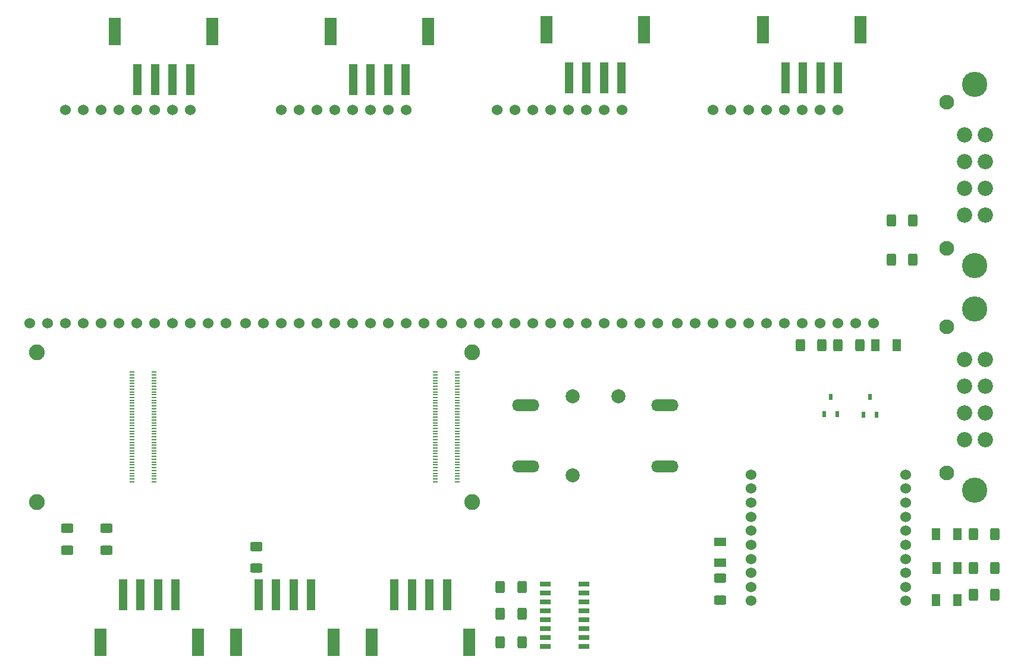
<source format=gbr>
%TF.GenerationSoftware,KiCad,Pcbnew,7.0.8*%
%TF.CreationDate,2023-12-07T17:58:44-07:00*%
%TF.ProjectId,GR-LRR-CONTROL-PCB,47522d4c-5252-42d4-934f-4e54524f4c2d,rev?*%
%TF.SameCoordinates,Original*%
%TF.FileFunction,Soldermask,Top*%
%TF.FilePolarity,Negative*%
%FSLAX46Y46*%
G04 Gerber Fmt 4.6, Leading zero omitted, Abs format (unit mm)*
G04 Created by KiCad (PCBNEW 7.0.8) date 2023-12-07 17:58:44*
%MOMM*%
%LPD*%
G01*
G04 APERTURE LIST*
G04 Aperture macros list*
%AMRoundRect*
0 Rectangle with rounded corners*
0 $1 Rounding radius*
0 $2 $3 $4 $5 $6 $7 $8 $9 X,Y pos of 4 corners*
0 Add a 4 corners polygon primitive as box body*
4,1,4,$2,$3,$4,$5,$6,$7,$8,$9,$2,$3,0*
0 Add four circle primitives for the rounded corners*
1,1,$1+$1,$2,$3*
1,1,$1+$1,$4,$5*
1,1,$1+$1,$6,$7*
1,1,$1+$1,$8,$9*
0 Add four rect primitives between the rounded corners*
20,1,$1+$1,$2,$3,$4,$5,0*
20,1,$1+$1,$4,$5,$6,$7,0*
20,1,$1+$1,$6,$7,$8,$9,0*
20,1,$1+$1,$8,$9,$2,$3,0*%
G04 Aperture macros list end*
%ADD10R,0.600000X0.850000*%
%ADD11C,2.250000*%
%ADD12R,0.700000X0.200000*%
%ADD13RoundRect,0.250000X0.400000X0.625000X-0.400000X0.625000X-0.400000X-0.625000X0.400000X-0.625000X0*%
%ADD14R,1.150000X1.800000*%
%ADD15R,1.800000X1.150000*%
%ADD16RoundRect,0.250000X-0.400000X-0.625000X0.400000X-0.625000X0.400000X0.625000X-0.400000X0.625000X0*%
%ADD17C,1.524000*%
%ADD18RoundRect,0.250000X-0.625000X0.400000X-0.625000X-0.400000X0.625000X-0.400000X0.625000X0.400000X0*%
%ADD19R,1.803400X3.911600*%
%ADD20R,1.295400X4.495800*%
%ADD21RoundRect,0.250000X0.625000X-0.400000X0.625000X0.400000X-0.625000X0.400000X-0.625000X-0.400000X0*%
%ADD22C,2.000000*%
%ADD23O,3.900000X1.700000*%
%ADD24R,1.550000X0.650000*%
%ADD25C,3.600000*%
%ADD26C,2.175000*%
%ADD27C,2.100000*%
G04 APERTURE END LIST*
D10*
%TO.C,Q2*%
X163942500Y-95576380D03*
X165842500Y-95576380D03*
X164892500Y-93076380D03*
%TD*%
%TO.C,Q1*%
X158354500Y-95556380D03*
X160254500Y-95556380D03*
X159304500Y-93056380D03*
%TD*%
D11*
%TO.C,U1*%
X46272500Y-108024380D03*
X108252500Y-108024380D03*
X46272500Y-86684380D03*
X108252500Y-86684380D03*
D12*
X59842500Y-105154380D03*
X62922500Y-105154380D03*
X59842500Y-104754380D03*
X62922500Y-104754380D03*
X59842500Y-104354380D03*
X62922500Y-104354380D03*
X59842500Y-103954380D03*
X62922500Y-103954380D03*
X59842500Y-103554380D03*
X62922500Y-103554380D03*
X59842500Y-103154380D03*
X62922500Y-103154380D03*
X59842500Y-102754380D03*
X62922500Y-102754380D03*
X59842500Y-102354380D03*
X62922500Y-102354380D03*
X59842500Y-101954380D03*
X62922500Y-101954380D03*
X59842500Y-101554380D03*
X62922500Y-101554380D03*
X59842500Y-101154380D03*
X62922500Y-101154380D03*
X59842500Y-100754380D03*
X62922500Y-100754380D03*
X59842500Y-100354380D03*
X62922500Y-100354380D03*
X59842500Y-99954380D03*
X62922500Y-99954380D03*
X59842500Y-99554380D03*
X62922500Y-99554380D03*
X59842500Y-99154380D03*
X62922500Y-99154380D03*
X59842500Y-98754380D03*
X62922500Y-98754380D03*
X59842500Y-98354380D03*
X62922500Y-98354380D03*
X59842500Y-97954380D03*
X62922500Y-97954380D03*
X59842500Y-97554380D03*
X62922500Y-97554380D03*
X59842500Y-97154380D03*
X62922500Y-97154380D03*
X59842500Y-96754380D03*
X62922500Y-96754380D03*
X59842500Y-96354380D03*
X62922500Y-96354380D03*
X59842500Y-95954380D03*
X62922500Y-95954380D03*
X59842500Y-95554380D03*
X62922500Y-95554380D03*
X59842500Y-95154380D03*
X62922500Y-95154380D03*
X59842500Y-94754380D03*
X62922500Y-94754380D03*
X59842500Y-94354380D03*
X62922500Y-94354380D03*
X59842500Y-93954380D03*
X62922500Y-93954380D03*
X59842500Y-93554380D03*
X62922500Y-93554380D03*
X59842500Y-93154380D03*
X62922500Y-93154380D03*
X59842500Y-92754380D03*
X62922500Y-92754380D03*
X59842500Y-92354380D03*
X62922500Y-92354380D03*
X59842500Y-91954380D03*
X62922500Y-91954380D03*
X59842500Y-91554380D03*
X62922500Y-91554380D03*
X59842500Y-91154380D03*
X62922500Y-91154380D03*
X59842500Y-90754380D03*
X62922500Y-90754380D03*
X59842500Y-90354380D03*
X62922500Y-90354380D03*
X59842500Y-89954380D03*
X62922500Y-89954380D03*
X59842500Y-89554380D03*
X62922500Y-89554380D03*
X106102500Y-89554380D03*
X103022500Y-89554380D03*
X106102500Y-89954380D03*
X103022500Y-89954380D03*
X106102500Y-90354380D03*
X103022500Y-90354380D03*
X106102500Y-90754380D03*
X103022500Y-90754380D03*
X106102500Y-91154380D03*
X103022500Y-91154380D03*
X106102500Y-91554380D03*
X103022500Y-91554380D03*
X106102500Y-91954380D03*
X103022500Y-91954380D03*
X106102500Y-92354380D03*
X103022500Y-92354380D03*
X106102500Y-92754380D03*
X103022500Y-92754380D03*
X106102500Y-93154380D03*
X103022500Y-93154380D03*
X106102500Y-93554380D03*
X103022500Y-93554380D03*
X106102500Y-93954380D03*
X103022500Y-93954380D03*
X106102500Y-94354380D03*
X103022500Y-94354380D03*
X106102500Y-94754380D03*
X103022500Y-94754380D03*
X106102500Y-95154380D03*
X103022500Y-95154380D03*
X106102500Y-95554380D03*
X103022500Y-95554380D03*
X106102500Y-95954380D03*
X103022500Y-95954380D03*
X106102500Y-96354380D03*
X103022500Y-96354380D03*
X106102500Y-96754380D03*
X103022500Y-96754380D03*
X106102500Y-97154380D03*
X103022500Y-97154380D03*
X106102500Y-97554380D03*
X103022500Y-97554380D03*
X106102500Y-97954380D03*
X103022500Y-97954380D03*
X106102500Y-98354380D03*
X103022500Y-98354380D03*
X106102500Y-98754380D03*
X103022500Y-98754380D03*
X106102500Y-99154380D03*
X103022500Y-99154380D03*
X106102500Y-99554380D03*
X103022500Y-99554380D03*
X106102500Y-99954380D03*
X103022500Y-99954380D03*
X106102500Y-100354380D03*
X103022500Y-100354380D03*
X106102500Y-100754380D03*
X103022500Y-100754380D03*
X106102500Y-101154380D03*
X103022500Y-101154380D03*
X106102500Y-101554380D03*
X103022500Y-101554380D03*
X106102500Y-101954380D03*
X103022500Y-101954380D03*
X106102500Y-102354380D03*
X103022500Y-102354380D03*
X106102500Y-102754380D03*
X103022500Y-102754380D03*
X106102500Y-103154380D03*
X103022500Y-103154380D03*
X106102500Y-103554380D03*
X103022500Y-103554380D03*
X106102500Y-103954380D03*
X103022500Y-103954380D03*
X106102500Y-104354380D03*
X103022500Y-104354380D03*
X106102500Y-104754380D03*
X103022500Y-104754380D03*
X106102500Y-105154380D03*
X103022500Y-105154380D03*
%TD*%
D13*
%TO.C,R14*%
X115316000Y-120142000D03*
X112216000Y-120142000D03*
%TD*%
%TO.C,R13*%
X115316000Y-123952000D03*
X112216000Y-123952000D03*
%TD*%
%TO.C,R8*%
X115316000Y-128016000D03*
X112216000Y-128016000D03*
%TD*%
%TO.C,R6*%
X158060500Y-85670380D03*
X154960500Y-85670380D03*
%TD*%
D14*
%TO.C,LED4*%
X174314500Y-112594380D03*
X177314500Y-112594380D03*
%TD*%
D15*
%TO.C,LED1*%
X143556500Y-113686380D03*
X143556500Y-116686380D03*
%TD*%
D16*
%TO.C,R12*%
X179598500Y-121230380D03*
X182698500Y-121230380D03*
%TD*%
D17*
%TO.C,DR2*%
X111806500Y-52152380D03*
X114346500Y-52152380D03*
X116886500Y-52152380D03*
X119426500Y-52152380D03*
X121966500Y-52152380D03*
X124506500Y-52152380D03*
X127046500Y-52152380D03*
X129586500Y-52152380D03*
X134666500Y-82612380D03*
X132126500Y-82612380D03*
X129586500Y-82612380D03*
X127046500Y-82612380D03*
X124506500Y-82612380D03*
X121966500Y-82612380D03*
X119426500Y-82612380D03*
X116886500Y-82612380D03*
X114346500Y-82612380D03*
X111806500Y-82612380D03*
X109266500Y-82612380D03*
X106726500Y-82612380D03*
%TD*%
D18*
%TO.C,R7*%
X143556500Y-118918380D03*
X143556500Y-122018380D03*
%TD*%
D19*
%TO.C,J1*%
X149620501Y-40770381D03*
X163520499Y-40770381D03*
D20*
X152820500Y-47570380D03*
X155320500Y-47570380D03*
X157820500Y-47570380D03*
X160320500Y-47570380D03*
%TD*%
D13*
%TO.C,R4*%
X171014500Y-67890380D03*
X167914500Y-67890380D03*
%TD*%
D17*
%TO.C,U2*%
X169939500Y-122150380D03*
X169939500Y-120150380D03*
X169939500Y-118150380D03*
X169972500Y-116150380D03*
X169939500Y-114150380D03*
X169939500Y-112150380D03*
X169939500Y-110150380D03*
X169939500Y-108150380D03*
X169939500Y-106150380D03*
X169939500Y-104150380D03*
X147976100Y-104150380D03*
X147976100Y-106150380D03*
X147976100Y-108150380D03*
X147976100Y-110150380D03*
X147976100Y-112150380D03*
X147976100Y-114150380D03*
X147976100Y-116150380D03*
X147976100Y-118150380D03*
X147976100Y-120150380D03*
X147976100Y-122150380D03*
%TD*%
D19*
%TO.C,J6*%
X88530499Y-128034291D03*
X74630501Y-128034291D03*
D20*
X85330500Y-121234292D03*
X82830500Y-121234292D03*
X80330500Y-121234292D03*
X77830500Y-121234292D03*
%TD*%
D17*
%TO.C,DR3*%
X75982500Y-82612380D03*
X78522500Y-82612380D03*
X81062500Y-82612380D03*
X83602500Y-82612380D03*
X86142500Y-82612380D03*
X88682500Y-82612380D03*
X91222500Y-82612380D03*
X93762500Y-82612380D03*
X96302500Y-82612380D03*
X98842500Y-82612380D03*
X101382500Y-82612380D03*
X103922500Y-82612380D03*
X98842500Y-52152380D03*
X96302500Y-52152380D03*
X93762500Y-52152380D03*
X91222500Y-52152380D03*
X88682500Y-52152380D03*
X86142500Y-52152380D03*
X83602500Y-52152380D03*
X81062500Y-52152380D03*
%TD*%
D16*
%TO.C,R5*%
X167914500Y-73478380D03*
X171014500Y-73478380D03*
%TD*%
D14*
%TO.C,LED6*%
X174314500Y-121992380D03*
X177314500Y-121992380D03*
%TD*%
%TO.C,LED2*%
X168678500Y-85670380D03*
X165678500Y-85670380D03*
%TD*%
D19*
%TO.C,J5*%
X107854499Y-128034291D03*
X93954501Y-128034291D03*
D20*
X104654500Y-121234292D03*
X102154500Y-121234292D03*
X99654500Y-121234292D03*
X97154500Y-121234292D03*
%TD*%
D19*
%TO.C,J7*%
X69226499Y-128034291D03*
X55326501Y-128034291D03*
D20*
X66026500Y-121234292D03*
X63526500Y-121234292D03*
X61026500Y-121234292D03*
X58526500Y-121234292D03*
%TD*%
D13*
%TO.C,R9*%
X163418500Y-85670380D03*
X160318500Y-85670380D03*
%TD*%
D16*
%TO.C,R11*%
X179598500Y-117420380D03*
X182698500Y-117420380D03*
%TD*%
D21*
%TO.C,R2*%
X56180500Y-114880380D03*
X56180500Y-111780380D03*
%TD*%
D16*
%TO.C,R10*%
X179598500Y-112594380D03*
X182698500Y-112594380D03*
%TD*%
D22*
%TO.C,SW1*%
X122526500Y-93024380D03*
X122526500Y-104224380D03*
X129026500Y-93024380D03*
D23*
X115876500Y-94274380D03*
X115876500Y-102974380D03*
X135676500Y-94274380D03*
X135676500Y-102974380D03*
%TD*%
D17*
%TO.C,DR1*%
X142540500Y-52152380D03*
X145080500Y-52152380D03*
X147620500Y-52152380D03*
X150160500Y-52152380D03*
X152700500Y-52152380D03*
X155240500Y-52152380D03*
X157780500Y-52152380D03*
X160320500Y-52152380D03*
X165400500Y-82612380D03*
X162860500Y-82612380D03*
X160320500Y-82612380D03*
X157780500Y-82612380D03*
X155240500Y-82612380D03*
X152700500Y-82612380D03*
X150160500Y-82612380D03*
X147620500Y-82612380D03*
X145080500Y-82612380D03*
X142540500Y-82612380D03*
X140000500Y-82612380D03*
X137460500Y-82612380D03*
%TD*%
%TO.C,DR4*%
X50328500Y-52152380D03*
X52868500Y-52152380D03*
X55408500Y-52152380D03*
X57948500Y-52152380D03*
X60488500Y-52152380D03*
X63028500Y-52152380D03*
X65568500Y-52152380D03*
X68108500Y-52152380D03*
X73188500Y-82612380D03*
X70648500Y-82612380D03*
X68108500Y-82612380D03*
X65568500Y-82612380D03*
X63028500Y-82612380D03*
X60488500Y-82612380D03*
X57948500Y-82612380D03*
X55408500Y-82612380D03*
X52868500Y-82612380D03*
X50328500Y-82612380D03*
X47788500Y-82612380D03*
X45248500Y-82612380D03*
%TD*%
D14*
%TO.C,LED5*%
X174338500Y-117420380D03*
X177338500Y-117420380D03*
%TD*%
D18*
%TO.C,R3*%
X50592500Y-111780380D03*
X50592500Y-114880380D03*
%TD*%
D19*
%TO.C,J3*%
X88092501Y-41020469D03*
X101992499Y-41020469D03*
D20*
X91292500Y-47820468D03*
X93792500Y-47820468D03*
X96292500Y-47820468D03*
X98792500Y-47820468D03*
%TD*%
D18*
%TO.C,R1*%
X77516500Y-114372380D03*
X77516500Y-117472380D03*
%TD*%
D19*
%TO.C,J4*%
X57378501Y-41024381D03*
X71278499Y-41024381D03*
D20*
X60578500Y-47824380D03*
X63078500Y-47824380D03*
X65578500Y-47824380D03*
X68078500Y-47824380D03*
%TD*%
D19*
%TO.C,J2*%
X118826501Y-40766469D03*
X132726499Y-40766469D03*
D20*
X122026500Y-47566468D03*
X124526500Y-47566468D03*
X127026500Y-47566468D03*
X129526500Y-47566468D03*
%TD*%
D24*
%TO.C,IC1*%
X124137000Y-128651000D03*
X124137000Y-127381000D03*
X124137000Y-126111000D03*
X124137000Y-124841000D03*
X124137000Y-123571000D03*
X124137000Y-122301000D03*
X124137000Y-121031000D03*
X124137000Y-119761000D03*
X118687000Y-119761000D03*
X118687000Y-121031000D03*
X118687000Y-122301000D03*
X118687000Y-123571000D03*
X118687000Y-124841000D03*
X118687000Y-126111000D03*
X118687000Y-127381000D03*
X118687000Y-128651000D03*
%TD*%
D25*
%TO.C,J11*%
X179806500Y-106374380D03*
X179806500Y-80544380D03*
D26*
X181306500Y-99174380D03*
X181306500Y-95364380D03*
X181306500Y-91554380D03*
X181306500Y-87744380D03*
X178306500Y-99174380D03*
X178306500Y-95364380D03*
X178306500Y-91554380D03*
X178306500Y-87744380D03*
D27*
X175806500Y-103874380D03*
X175806500Y-83044380D03*
%TD*%
D25*
%TO.C,J10*%
X179806500Y-74374380D03*
X179806500Y-48544380D03*
D26*
X181306500Y-67174380D03*
X181306500Y-63364380D03*
X181306500Y-59554380D03*
X181306500Y-55744380D03*
X178306500Y-67174380D03*
X178306500Y-63364380D03*
X178306500Y-59554380D03*
X178306500Y-55744380D03*
D27*
X175806500Y-71874380D03*
X175806500Y-51044380D03*
%TD*%
M02*

</source>
